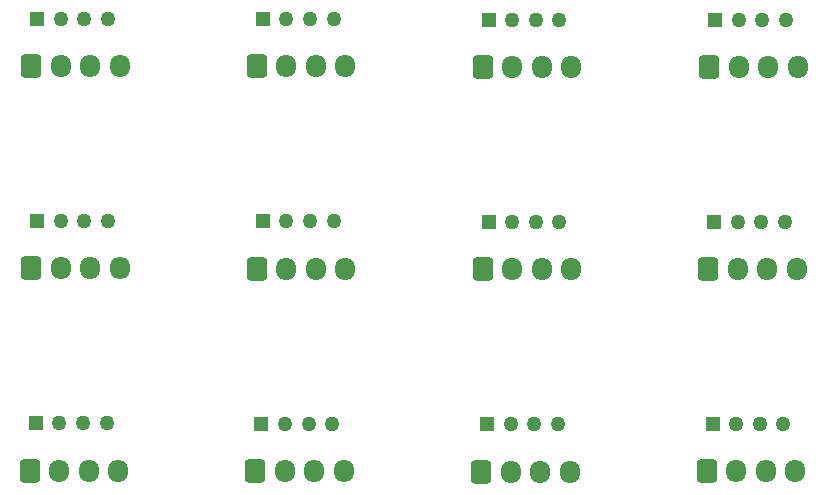
<source format=gbr>
%TF.GenerationSoftware,KiCad,Pcbnew,9.0.2*%
%TF.CreationDate,2025-05-19T21:39:43+01:00*%
%TF.ProjectId,grove_adaptor_panel,67726f76-655f-4616-9461-70746f725f70,rev?*%
%TF.SameCoordinates,Original*%
%TF.FileFunction,Copper,L2,Bot*%
%TF.FilePolarity,Positive*%
%FSLAX46Y46*%
G04 Gerber Fmt 4.6, Leading zero omitted, Abs format (unit mm)*
G04 Created by KiCad (PCBNEW 9.0.2) date 2025-05-19 21:39:43*
%MOMM*%
%LPD*%
G01*
G04 APERTURE LIST*
G04 Aperture macros list*
%AMRoundRect*
0 Rectangle with rounded corners*
0 $1 Rounding radius*
0 $2 $3 $4 $5 $6 $7 $8 $9 X,Y pos of 4 corners*
0 Add a 4 corners polygon primitive as box body*
4,1,4,$2,$3,$4,$5,$6,$7,$8,$9,$2,$3,0*
0 Add four circle primitives for the rounded corners*
1,1,$1+$1,$2,$3*
1,1,$1+$1,$4,$5*
1,1,$1+$1,$6,$7*
1,1,$1+$1,$8,$9*
0 Add four rect primitives between the rounded corners*
20,1,$1+$1,$2,$3,$4,$5,0*
20,1,$1+$1,$4,$5,$6,$7,0*
20,1,$1+$1,$6,$7,$8,$9,0*
20,1,$1+$1,$8,$9,$2,$3,0*%
G04 Aperture macros list end*
%TA.AperFunction,ComponentPad*%
%ADD10R,1.270000X1.270000*%
%TD*%
%TA.AperFunction,ComponentPad*%
%ADD11C,1.270000*%
%TD*%
%TA.AperFunction,ComponentPad*%
%ADD12RoundRect,0.250000X-0.600000X-0.725000X0.600000X-0.725000X0.600000X0.725000X-0.600000X0.725000X0*%
%TD*%
%TA.AperFunction,ComponentPad*%
%ADD13O,1.700000X1.950000*%
%TD*%
G04 APERTURE END LIST*
D10*
%TO.P,J2,1*%
%TO.N,N/C*%
X136993000Y-107022000D03*
D11*
%TO.P,J2,2*%
X138993000Y-107022000D03*
%TO.P,J2,3*%
X140993000Y-107022000D03*
%TO.P,J2,4*%
X142993000Y-107022000D03*
%TD*%
D12*
%TO.P,J1,1*%
%TO.N,N/C*%
X136493000Y-111022000D03*
D13*
%TO.P,J1,2*%
X138993000Y-111022000D03*
%TO.P,J1,3*%
X141493000Y-111022000D03*
%TO.P,J1,4*%
X143993000Y-111022000D03*
%TD*%
D10*
%TO.P,J2,1*%
%TO.N,N/C*%
X156170000Y-89877000D03*
D11*
%TO.P,J2,2*%
X158170000Y-89877000D03*
%TO.P,J2,3*%
X160170000Y-89877000D03*
%TO.P,J2,4*%
X162170000Y-89877000D03*
%TD*%
D12*
%TO.P,J1,1*%
%TO.N,N/C*%
X155670000Y-93877000D03*
D13*
%TO.P,J1,2*%
X158170000Y-93877000D03*
%TO.P,J1,3*%
X160670000Y-93877000D03*
%TO.P,J1,4*%
X163170000Y-93877000D03*
%TD*%
D10*
%TO.P,J2,1*%
%TO.N,N/C*%
X136993000Y-89877000D03*
D11*
%TO.P,J2,2*%
X138993000Y-89877000D03*
%TO.P,J2,3*%
X140993000Y-89877000D03*
%TO.P,J2,4*%
X142993000Y-89877000D03*
%TD*%
D12*
%TO.P,J1,1*%
%TO.N,N/C*%
X136493000Y-93877000D03*
D13*
%TO.P,J1,2*%
X138993000Y-93877000D03*
%TO.P,J1,3*%
X141493000Y-93877000D03*
%TO.P,J1,4*%
X143993000Y-93877000D03*
%TD*%
D10*
%TO.P,J2,1*%
%TO.N,N/C*%
X117879500Y-106958500D03*
D11*
%TO.P,J2,2*%
X119879500Y-106958500D03*
%TO.P,J2,3*%
X121879500Y-106958500D03*
%TO.P,J2,4*%
X123879500Y-106958500D03*
%TD*%
D12*
%TO.P,J1,1*%
%TO.N,N/C*%
X117379500Y-110958500D03*
D13*
%TO.P,J1,2*%
X119879500Y-110958500D03*
%TO.P,J1,3*%
X122379500Y-110958500D03*
%TO.P,J1,4*%
X124879500Y-110958500D03*
%TD*%
D12*
%TO.P,J1,1*%
%TO.N,N/C*%
X98149000Y-128065500D03*
D13*
%TO.P,J1,2*%
X100649000Y-128065500D03*
%TO.P,J1,3*%
X103149000Y-128065500D03*
%TO.P,J1,4*%
X105649000Y-128065500D03*
%TD*%
D10*
%TO.P,J2,1*%
%TO.N,N/C*%
X98649000Y-124065500D03*
D11*
%TO.P,J2,2*%
X100649000Y-124065500D03*
%TO.P,J2,3*%
X102649000Y-124065500D03*
%TO.P,J2,4*%
X104649000Y-124065500D03*
%TD*%
%TO.P,J2,4*%
%TO.N,GND*%
X104776000Y-106920500D03*
%TO.P,J2,3*%
%TO.N,+5V*%
X102776000Y-106920500D03*
%TO.P,J2,2*%
%TO.N,Net-(J1-Pad2)*%
X100776000Y-106920500D03*
D10*
%TO.P,J2,1*%
%TO.N,Net-(J1-Pad1)*%
X98776000Y-106920500D03*
%TD*%
D13*
%TO.P,J1,4*%
%TO.N,GND*%
X105776000Y-110920500D03*
%TO.P,J1,3*%
%TO.N,+5V*%
X103276000Y-110920500D03*
%TO.P,J1,2*%
%TO.N,Net-(J1-Pad2)*%
X100776000Y-110920500D03*
D12*
%TO.P,J1,1*%
%TO.N,Net-(J1-Pad1)*%
X98276000Y-110920500D03*
%TD*%
D11*
%TO.P,J2,4*%
%TO.N,GND*%
X161959500Y-124087500D03*
%TO.P,J2,3*%
%TO.N,+5V*%
X159959500Y-124087500D03*
%TO.P,J2,2*%
%TO.N,Net-(J1-Pad2)*%
X157959500Y-124087500D03*
D10*
%TO.P,J2,1*%
%TO.N,Net-(J1-Pad1)*%
X155959500Y-124087500D03*
%TD*%
D11*
%TO.P,J2,4*%
%TO.N,GND*%
X142856000Y-124151000D03*
%TO.P,J2,3*%
%TO.N,+5V*%
X140856000Y-124151000D03*
%TO.P,J2,2*%
%TO.N,Net-(J1-Pad2)*%
X138856000Y-124151000D03*
D10*
%TO.P,J2,1*%
%TO.N,Net-(J1-Pad1)*%
X136856000Y-124151000D03*
%TD*%
D11*
%TO.P,J2,4*%
%TO.N,GND*%
X123752500Y-124087500D03*
%TO.P,J2,3*%
%TO.N,+5V*%
X121752500Y-124087500D03*
%TO.P,J2,2*%
%TO.N,Net-(J1-Pad2)*%
X119752500Y-124087500D03*
D10*
%TO.P,J2,1*%
%TO.N,Net-(J1-Pad1)*%
X117752500Y-124087500D03*
%TD*%
D11*
%TO.P,J2,4*%
%TO.N,GND*%
X162086500Y-107025500D03*
%TO.P,J2,3*%
%TO.N,+5V*%
X160086500Y-107025500D03*
%TO.P,J2,2*%
%TO.N,Net-(J1-Pad2)*%
X158086500Y-107025500D03*
D10*
%TO.P,J2,1*%
%TO.N,Net-(J1-Pad1)*%
X156086500Y-107025500D03*
%TD*%
D11*
%TO.P,J2,4*%
%TO.N,GND*%
X123879500Y-89817000D03*
%TO.P,J2,3*%
%TO.N,+5V*%
X121879500Y-89817000D03*
%TO.P,J2,2*%
%TO.N,Net-(J1-Pad2)*%
X119879500Y-89817000D03*
D10*
%TO.P,J2,1*%
%TO.N,Net-(J1-Pad1)*%
X117879500Y-89817000D03*
%TD*%
D13*
%TO.P,J1,4*%
%TO.N,GND*%
X162959500Y-128087500D03*
%TO.P,J1,3*%
%TO.N,+5V*%
X160459500Y-128087500D03*
%TO.P,J1,2*%
%TO.N,Net-(J1-Pad2)*%
X157959500Y-128087500D03*
D12*
%TO.P,J1,1*%
%TO.N,Net-(J1-Pad1)*%
X155459500Y-128087500D03*
%TD*%
D13*
%TO.P,J1,4*%
%TO.N,GND*%
X143856000Y-128151000D03*
%TO.P,J1,3*%
%TO.N,+5V*%
X141356000Y-128151000D03*
%TO.P,J1,2*%
%TO.N,Net-(J1-Pad2)*%
X138856000Y-128151000D03*
D12*
%TO.P,J1,1*%
%TO.N,Net-(J1-Pad1)*%
X136356000Y-128151000D03*
%TD*%
D13*
%TO.P,J1,4*%
%TO.N,GND*%
X124752500Y-128087500D03*
%TO.P,J1,3*%
%TO.N,+5V*%
X122252500Y-128087500D03*
%TO.P,J1,2*%
%TO.N,Net-(J1-Pad2)*%
X119752500Y-128087500D03*
D12*
%TO.P,J1,1*%
%TO.N,Net-(J1-Pad1)*%
X117252500Y-128087500D03*
%TD*%
D13*
%TO.P,J1,4*%
%TO.N,GND*%
X163086500Y-111025500D03*
%TO.P,J1,3*%
%TO.N,+5V*%
X160586500Y-111025500D03*
%TO.P,J1,2*%
%TO.N,Net-(J1-Pad2)*%
X158086500Y-111025500D03*
D12*
%TO.P,J1,1*%
%TO.N,Net-(J1-Pad1)*%
X155586500Y-111025500D03*
%TD*%
D13*
%TO.P,J1,4*%
%TO.N,GND*%
X124879500Y-93817000D03*
%TO.P,J1,3*%
%TO.N,+5V*%
X122379500Y-93817000D03*
%TO.P,J1,2*%
%TO.N,Net-(J1-Pad2)*%
X119879500Y-93817000D03*
D12*
%TO.P,J1,1*%
%TO.N,Net-(J1-Pad1)*%
X117379500Y-93817000D03*
%TD*%
D11*
%TO.P,J2,4*%
%TO.N,GND*%
X104776000Y-89817000D03*
%TO.P,J2,3*%
%TO.N,+5V*%
X102776000Y-89817000D03*
%TO.P,J2,2*%
%TO.N,Net-(J1-Pad2)*%
X100776000Y-89817000D03*
D10*
%TO.P,J2,1*%
%TO.N,Net-(J1-Pad1)*%
X98776000Y-89817000D03*
%TD*%
D13*
%TO.P,J1,4*%
%TO.N,GND*%
X105776000Y-93817000D03*
%TO.P,J1,3*%
%TO.N,+5V*%
X103276000Y-93817000D03*
%TO.P,J1,2*%
%TO.N,Net-(J1-Pad2)*%
X100776000Y-93817000D03*
D12*
%TO.P,J1,1*%
%TO.N,Net-(J1-Pad1)*%
X98276000Y-93817000D03*
%TD*%
M02*

</source>
